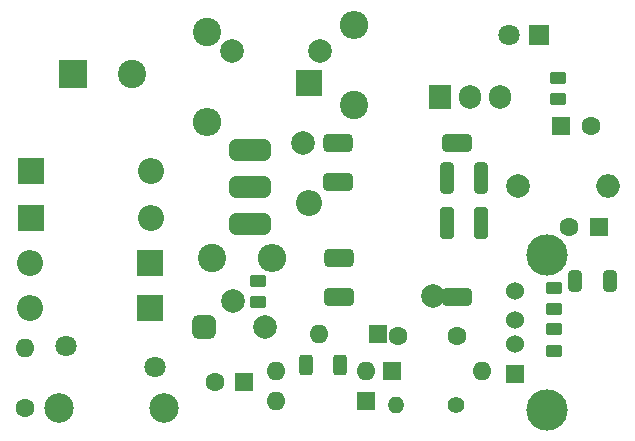
<source format=gbr>
G04 #@! TF.GenerationSoftware,KiCad,Pcbnew,(6.0.5)*
G04 #@! TF.CreationDate,2022-05-08T20:16:57+02:00*
G04 #@! TF.ProjectId,Zasilacz_5V_impulsowy,5a617369-6c61-4637-9a5f-35565f696d70,rev?*
G04 #@! TF.SameCoordinates,Original*
G04 #@! TF.FileFunction,Soldermask,Bot*
G04 #@! TF.FilePolarity,Negative*
%FSLAX46Y46*%
G04 Gerber Fmt 4.6, Leading zero omitted, Abs format (unit mm)*
G04 Created by KiCad (PCBNEW (6.0.5)) date 2022-05-08 20:16:57*
%MOMM*%
%LPD*%
G01*
G04 APERTURE LIST*
G04 Aperture macros list*
%AMRoundRect*
0 Rectangle with rounded corners*
0 $1 Rounding radius*
0 $2 $3 $4 $5 $6 $7 $8 $9 X,Y pos of 4 corners*
0 Add a 4 corners polygon primitive as box body*
4,1,4,$2,$3,$4,$5,$6,$7,$8,$9,$2,$3,0*
0 Add four circle primitives for the rounded corners*
1,1,$1+$1,$2,$3*
1,1,$1+$1,$4,$5*
1,1,$1+$1,$6,$7*
1,1,$1+$1,$8,$9*
0 Add four rect primitives between the rounded corners*
20,1,$1+$1,$2,$3,$4,$5,0*
20,1,$1+$1,$4,$5,$6,$7,0*
20,1,$1+$1,$6,$7,$8,$9,0*
20,1,$1+$1,$8,$9,$2,$3,0*%
G04 Aperture macros list end*
%ADD10C,2.000000*%
%ADD11C,1.600000*%
%ADD12O,1.600000X1.600000*%
%ADD13R,1.600000X1.600000*%
%ADD14R,2.400000X2.400000*%
%ADD15C,2.400000*%
%ADD16R,1.524000X1.524000*%
%ADD17C,1.524000*%
%ADD18C,3.500000*%
%ADD19C,2.500000*%
%ADD20R,2.200000X2.200000*%
%ADD21O,2.200000X2.200000*%
%ADD22RoundRect,0.381000X-0.869000X-0.381000X0.869000X-0.381000X0.869000X0.381000X-0.869000X0.381000X0*%
%ADD23RoundRect,0.381000X-0.889000X-0.381000X0.889000X-0.381000X0.889000X0.381000X-0.889000X0.381000X0*%
%ADD24R,1.905000X2.000000*%
%ADD25O,1.905000X2.000000*%
%ADD26C,1.800000*%
%ADD27C,1.400000*%
%ADD28O,1.400000X1.400000*%
%ADD29R,1.800000X1.800000*%
%ADD30O,2.400000X2.400000*%
%ADD31RoundRect,0.450000X-1.300000X-0.450000X1.300000X-0.450000X1.300000X0.450000X-1.300000X0.450000X0*%
%ADD32RoundRect,0.500000X-0.500000X-0.500000X0.500000X-0.500000X0.500000X0.500000X-0.500000X0.500000X0*%
%ADD33O,2.000000X2.000000*%
%ADD34RoundRect,0.250000X0.450000X-0.262500X0.450000X0.262500X-0.450000X0.262500X-0.450000X-0.262500X0*%
%ADD35RoundRect,0.250000X-0.312500X-0.625000X0.312500X-0.625000X0.312500X0.625000X-0.312500X0.625000X0*%
%ADD36RoundRect,0.250000X-0.450000X0.262500X-0.450000X-0.262500X0.450000X-0.262500X0.450000X0.262500X0*%
%ADD37RoundRect,0.250000X0.312500X1.075000X-0.312500X1.075000X-0.312500X-1.075000X0.312500X-1.075000X0*%
%ADD38RoundRect,0.250000X0.325000X1.100000X-0.325000X1.100000X-0.325000X-1.100000X0.325000X-1.100000X0*%
%ADD39RoundRect,0.250000X-0.325000X-0.650000X0.325000X-0.650000X0.325000X0.650000X-0.325000X0.650000X0*%
G04 APERTURE END LIST*
D10*
G04 #@! TO.C,C3*
X100750000Y-98600000D03*
X108250000Y-98600000D03*
G04 #@! TD*
G04 #@! TO.C,C1*
X117737718Y-119402634D03*
X106772027Y-106412018D03*
G04 #@! TD*
D11*
G04 #@! TO.C,F1*
X83200000Y-128840000D03*
D12*
X83200000Y-123760000D03*
G04 #@! TD*
D13*
G04 #@! TO.C,C6*
X131800000Y-113500000D03*
D11*
X129300000Y-113500000D03*
G04 #@! TD*
D14*
G04 #@! TO.C,C4*
X87284785Y-100600000D03*
D15*
X92284785Y-100600000D03*
G04 #@! TD*
D16*
G04 #@! TO.C,J2*
X124700000Y-125950000D03*
D17*
X124700000Y-123450000D03*
X124700000Y-121450000D03*
X124700000Y-118950000D03*
D18*
X127410000Y-129020000D03*
X127410000Y-115880000D03*
G04 #@! TD*
D13*
G04 #@! TO.C,C9*
X101805113Y-126700000D03*
D11*
X99305113Y-126700000D03*
G04 #@! TD*
D19*
G04 #@! TO.C,J3*
X86100000Y-128900000D03*
G04 #@! TD*
D20*
G04 #@! TO.C,D3*
X93780000Y-116600000D03*
D21*
X83620000Y-116600000D03*
G04 #@! TD*
D11*
G04 #@! TO.C,C8*
X114800000Y-122800000D03*
X119800000Y-122800000D03*
G04 #@! TD*
D22*
G04 #@! TO.C,T1*
X109750000Y-106450000D03*
D23*
X109750000Y-109750000D03*
X109850000Y-119450000D03*
D22*
X109850000Y-116150000D03*
D23*
X119850000Y-106450000D03*
X119850000Y-119450000D03*
G04 #@! TD*
D24*
G04 #@! TO.C,D4*
X118360000Y-102545000D03*
D25*
X120900000Y-102545000D03*
X123440000Y-102545000D03*
G04 #@! TD*
D26*
G04 #@! TO.C,RV1*
X86700000Y-123600000D03*
X94200000Y-125400000D03*
G04 #@! TD*
D27*
G04 #@! TO.C,R8*
X119740000Y-128600000D03*
D28*
X114660000Y-128600000D03*
G04 #@! TD*
D20*
G04 #@! TO.C,D5*
X107250000Y-101370000D03*
D21*
X107250000Y-111530000D03*
G04 #@! TD*
D13*
G04 #@! TO.C,D8*
X114290000Y-125700000D03*
D12*
X121910000Y-125700000D03*
G04 #@! TD*
D13*
G04 #@! TO.C,D9*
X113125686Y-122600000D03*
D12*
X108125686Y-122600000D03*
G04 #@! TD*
D29*
G04 #@! TO.C,D7*
X126775000Y-97300000D03*
D26*
X124235000Y-97300000D03*
G04 #@! TD*
D20*
G04 #@! TO.C,D2*
X83720000Y-112800000D03*
D21*
X93880000Y-112800000D03*
G04 #@! TD*
D15*
G04 #@! TO.C,R10*
X99060000Y-116200000D03*
D30*
X104140000Y-116200000D03*
G04 #@! TD*
D31*
G04 #@! TO.C,Q1*
X102300000Y-107000000D03*
X102300000Y-110140000D03*
X102300000Y-113300000D03*
G04 #@! TD*
D15*
G04 #@! TO.C,R4*
X111100000Y-103200000D03*
D30*
X111100000Y-96400000D03*
G04 #@! TD*
D20*
G04 #@! TO.C,D6*
X83720000Y-108800000D03*
D21*
X93880000Y-108800000D03*
G04 #@! TD*
D19*
G04 #@! TO.C,J1*
X95000000Y-128900000D03*
G04 #@! TD*
D32*
G04 #@! TO.C,Q2*
X98420000Y-121970000D03*
D10*
X100820000Y-119770000D03*
X103520000Y-121970000D03*
G04 #@! TD*
D15*
G04 #@! TO.C,R2*
X98640000Y-96990000D03*
D30*
X98640000Y-104610000D03*
G04 #@! TD*
D20*
G04 #@! TO.C,D1*
X93780000Y-120400000D03*
D21*
X83620000Y-120400000D03*
G04 #@! TD*
D13*
G04 #@! TO.C,U1*
X112100000Y-128275000D03*
D12*
X112100000Y-125735000D03*
X104480000Y-125735000D03*
X104480000Y-128275000D03*
G04 #@! TD*
D10*
G04 #@! TO.C,L1*
X125010000Y-110100000D03*
D33*
X132630000Y-110100000D03*
G04 #@! TD*
D13*
G04 #@! TO.C,C5*
X128617621Y-105000000D03*
D11*
X131117621Y-105000000D03*
G04 #@! TD*
D34*
G04 #@! TO.C,R6*
X128400000Y-102712500D03*
X128400000Y-100887500D03*
G04 #@! TD*
D35*
G04 #@! TO.C,R7*
X106987500Y-125200000D03*
X109912500Y-125200000D03*
G04 #@! TD*
D36*
G04 #@! TO.C,R3*
X128000000Y-122187500D03*
X128000000Y-124012500D03*
G04 #@! TD*
D37*
G04 #@! TO.C,R1*
X121862500Y-109400000D03*
X118937500Y-109400000D03*
G04 #@! TD*
D38*
G04 #@! TO.C,C2*
X121875000Y-113200000D03*
X118925000Y-113200000D03*
G04 #@! TD*
D36*
G04 #@! TO.C,R5*
X128000000Y-118687500D03*
X128000000Y-120512500D03*
G04 #@! TD*
D34*
G04 #@! TO.C,R9*
X103000000Y-119912500D03*
X103000000Y-118087500D03*
G04 #@! TD*
D39*
G04 #@! TO.C,C7*
X129825000Y-118150000D03*
X132775000Y-118150000D03*
G04 #@! TD*
M02*

</source>
